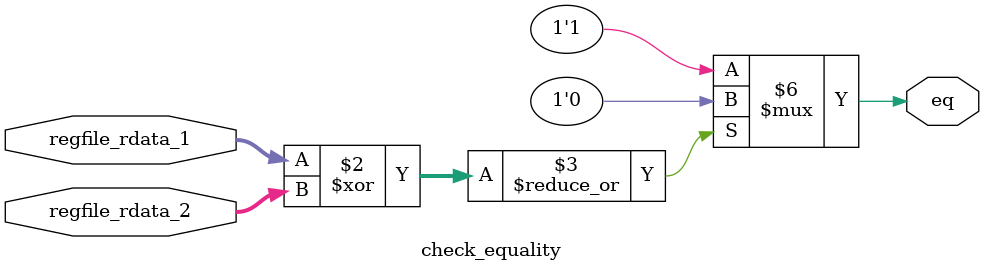
<source format=v>
module check_equality 
(
    input wire [63:0] regfile_rdata_1,
    input wire [63:0] regfile_rdata_2,
    
    output reg eq
);
    always@(*) begin
        if(~|(regfile_rdata_1 ^ regfile_rdata_2)) begin
            eq = 1'b1;
        end else begin
            eq = 1'b0;
        end
    end
endmodule
</source>
